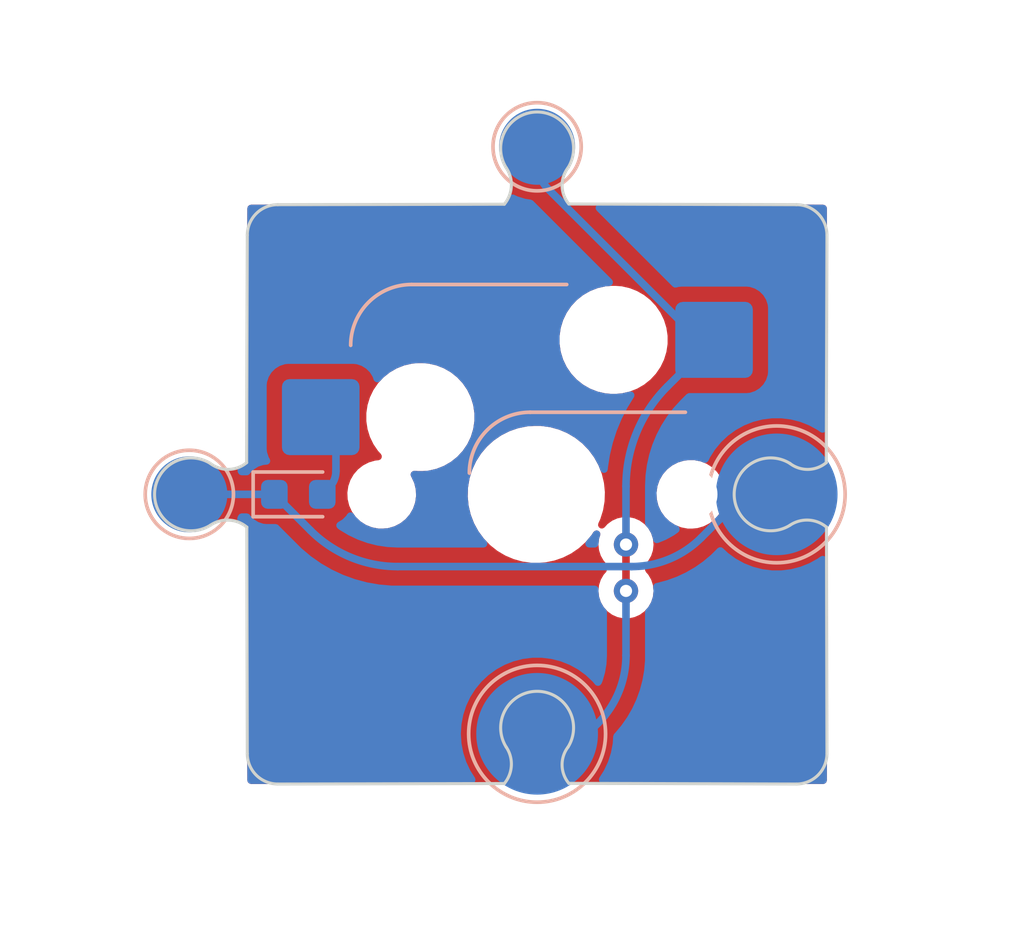
<source format=kicad_pcb>
(kicad_pcb (version 20221018) (generator pcbnew)
  (layers (0 "F.Cu" signal) (31 "B.Cu" signal) (34 "B.Paste" user) (35 "F.Paste" user) (36 "B.SilkS" user "B.Silkscreen") (37 "F.SilkS" user "F.Silkscreen") (38 "B.Mask" user) (39 "F.Mask" user) (44 "Edge.Cuts" user))
  (net 0 "")
  (net 1 "Net-(D1-K)")
  (net 2 "Net-(SW1-Pad2)")
  (net 3 "Net-(D1-A)")
  (footprint "PCM_Switch_Keyboard_Hotswap_Kailh:SW_Hotswap_Kailh_MX_1.00u" (layer "F.Cu") (at 47.598 42.545)
    (fp_text reference "SW1" hide)
    (fp_text value "SW_Push")
    (fp_line (start -4.1 -6.9) (end 1 -6.9) (stroke (width 0.12)) (layer "B.SilkS"))
    (fp_line (start -0.2 -2.7) (end 4.9 -2.7) (stroke (width 0.12)) (layer "B.SilkS"))
    (fp_arc (start -6.1 -4.9) (mid -5.514214 -6.314214) (end -4.1 -6.9) (stroke (width 0.12)) (layer "B.SilkS"))
    (fp_arc (start -2.2 -0.7) (mid -1.614214 -2.114214) (end -0.2 -2.7) (stroke (width 0.12)) (layer "B.SilkS"))
    (pad "" np_thru_hole circle (at -5.08 0) (size 1.75 1.75) (drill 1.75) (layers "*.Cu" "*.Mask"))
    (pad "" np_thru_hole circle (at -3.81 -2.54) (size 3.05 3.05) (drill 3.05) (layers "*.Cu" "*.Mask"))
    (pad "" np_thru_hole circle (at 0 0) (size 4 4) (drill 4) (layers "*.Cu" "*.Mask"))
    (pad "" np_thru_hole circle (at 2.54 -5.08) (size 3.05 3.05) (drill 3.05) (layers "*.Cu" "*.Mask"))
    (pad "" np_thru_hole circle (at 5.08 0) (size 1.75 1.75) (drill 1.75) (layers "*.Cu" "*.Mask"))
    (pad "1" smd roundrect (at -7.085 -2.54) (size 2.55 2.5) (layers "B.Cu" "B.Paste" "B.Mask") (roundrect_rratio 0.1) (net 3 "Net-(D1-A)"))
    (pad "2" smd roundrect (at 5.842 -5.08) (size 2.55 2.5) (layers "B.Cu" "B.Paste" "B.Mask") (roundrect_rratio 0.1) (net 2 "Net-(SW1-Pad2)"))
  )
  (footprint "Diode_SMD:D_0603_1608Metric" (layer "B.Cu") (at 39.7765 42.545)
    (fp_text reference "D1" hide)
    (fp_text value "D")
    (fp_line (start -1.485 -0.735) (end 0.8 -0.735) (stroke (width 0.12)) (layer "B.SilkS"))
    (fp_line (start -1.485 0.735) (end -1.485 -0.735) (stroke (width 0.12)) (layer "B.SilkS"))
    (fp_line (start 0.8 0.735) (end -1.485 0.735) (stroke (width 0.12)) (layer "B.SilkS"))
    (pad "1" smd roundrect (at -0.7875 0) (size 0.875 0.95) (layers "B.Cu" "B.Paste" "B.Mask") (net 1 "Net-(D1-K)"))
    (pad "2" smd roundrect (at 0.7875 0) (size 0.875 0.95) (layers "B.Cu" "B.Paste" "B.Mask") (net 3 "Net-(D1-A)"))
  )
  (footprint "TestPoint:TestPoint_Pad_D2.5mm" (layer "B.Cu") (at 36.195 42.545 180)
    (fp_text reference "TP2" hide)
    (fp_text value "TestPoint")
    (fp_circle (center 0 0) (end 0 -1.45) (stroke (width 0.12)) (fill none) (layer "B.SilkS"))
    (pad "1" smd circle (at 0 0 180) (size 2.5 2.5) (layers "B.Cu" "B.Mask") (net 1 "Net-(D1-K)"))
  )
  (footprint "TestPoint:TestPoint_Pad_D4.0mm" (layer "B.Cu") (at 47.625 50.419 180)
    (fp_text reference "TP3" hide)
    (fp_text value "TestPoint")
    (fp_circle (center 0 0) (end 0 -2.25) (stroke (width 0.12)) (fill none) (layer "B.SilkS"))
    (pad "1" smd circle (at 0 0 180) (size 4 4) (layers "B.Cu" "B.Mask") (net 2 "Net-(SW1-Pad2)"))
  )
  (footprint "TestPoint:TestPoint_Pad_D2.5mm" (layer "B.Cu") (at 47.625 31.115 180)
    (fp_text reference "TP1" hide)
    (fp_text value "TestPoint")
    (fp_circle (center 0 0) (end 0 -1.45) (stroke (width 0.12)) (fill none) (layer "B.SilkS"))
    (pad "1" smd circle (at 0 0 180) (size 2.5 2.5) (layers "B.Cu" "B.Mask") (net 2 "Net-(SW1-Pad2)"))
  )
  (footprint "TestPoint:TestPoint_Pad_D4.0mm" (layer "B.Cu") (at 55.499 42.545 180)
    (fp_text reference "TP4" hide)
    (fp_text value "TestPoint")
    (fp_circle (center 0 0) (end 0 -2.25) (stroke (width 0.12)) (fill none) (layer "B.SilkS"))
    (pad "1" smd circle (at 0 0 180) (size 4 4) (layers "B.Cu" "B.Mask") (net 1 "Net-(D1-K)"))
  )
  (gr_arc (start 46.609 31.805115) (mid 46.77816 32.415065) (end 46.54751 33.004517) (stroke (width 0.1)) (layer "Edge.Cuts"))
  (gr_line (start 46.54751 52.054517) (end 39.1 52.07) (stroke (width 0.1)) (layer "Edge.Cuts"))
  (gr_arc (start 38.1 34.02) (mid 38.392893 33.312893) (end 39.1 33.02) (stroke (width 0.1)) (layer "Edge.Cuts"))
  (gr_arc (start 38.078012 41.502614) (mid 37.486176 41.724321) (end 36.885115 41.529001) (stroke (width 0.1)) (layer "Edge.Cuts"))
  (gr_arc (start 55.935115 43.560999) (mid 54.102 42.545) (end 55.935115 41.529001) (stroke (width 0.1)) (layer "Edge.Cuts"))
  (gr_arc (start 57.128012 41.502614) (mid 56.536176 41.724321) (end 55.935115 41.529001) (stroke (width 0.1)) (layer "Edge.Cuts"))
  (gr_arc (start 46.609001 50.855115) (mid 47.625 49.022) (end 48.640999 50.855115) (stroke (width 0.1)) (layer "Edge.Cuts"))
  (gr_arc (start 46.609001 31.805115) (mid 47.625 29.972) (end 48.640999 31.805115) (stroke (width 0.1)) (layer "Edge.Cuts"))
  (gr_arc (start 46.609 50.855115) (mid 46.77816 51.465065) (end 46.54751 52.054517) (stroke (width 0.1)) (layer "Edge.Cuts"))
  (gr_line (start 57.134517 43.62249) (end 57.15 51.07) (stroke (width 0.1)) (layer "Edge.Cuts"))
  (gr_arc (start 36.885115 43.561) (mid 37.495065 43.39184) (end 38.084517 43.62249) (stroke (width 0.1)) (layer "Edge.Cuts"))
  (gr_arc (start 48.667386 32.998012) (mid 48.445679 32.406176) (end 48.640999 31.805115) (stroke (width 0.1)) (layer "Edge.Cuts"))
  (gr_line (start 46.54751 33.004517) (end 39.1 33.02) (stroke (width 0.1)) (layer "Edge.Cuts"))
  (gr_arc (start 39.1 52.07) (mid 38.392893 51.777107) (end 38.1 51.07) (stroke (width 0.1)) (layer "Edge.Cuts"))
  (gr_line (start 48.667386 32.998012) (end 56.15 33.02) (stroke (width 0.1)) (layer "Edge.Cuts"))
  (gr_line (start 57.128012 41.502614) (end 57.15 34.02) (stroke (width 0.1)) (layer "Edge.Cuts"))
  (gr_arc (start 55.935115 43.561) (mid 56.545065 43.39184) (end 57.134517 43.62249) (stroke (width 0.1)) (layer "Edge.Cuts"))
  (gr_line (start 56.15 52.07) (end 48.667386 52.048012) (stroke (width 0.1)) (layer "Edge.Cuts"))
  (gr_line (start 38.1 51.07) (end 38.084517 43.62249) (stroke (width 0.1)) (layer "Edge.Cuts"))
  (gr_arc (start 57.15 51.07) (mid 56.857107 51.777107) (end 56.15 52.07) (stroke (width 0.1)) (layer "Edge.Cuts"))
  (gr_arc (start 48.667386 52.048012) (mid 48.445679 51.456176) (end 48.640999 50.855115) (stroke (width 0.1)) (layer "Edge.Cuts"))
  (gr_line (start 38.078012 41.502614) (end 38.1 34.02) (stroke (width 0.1)) (layer "Edge.Cuts"))
  (gr_arc (start 36.885115 43.560999) (mid 35.052 42.545) (end 36.885115 41.529001) (stroke (width 0.1)) (layer "Edge.Cuts"))
  (gr_arc (start 56.15 33.02) (mid 56.857107 33.312893) (end 57.15 34.02) (stroke (width 0.1)) (layer "Edge.Cuts"))
  (segment (start 40.1765 43.7325) (end 38.989 42.545) (width 0.25) (layer "B.Cu") (net 1))
  (segment (start 55.284895 41.218919) (end 55.646098 41.218919) (width 0.25) (layer "B.Cu") (net 1))
  (segment (start 54.363526 41.600561) (end 54.331679 41.632409) (width 0.25) (layer "B.Cu") (net 1))
  (segment (start 53.019729 43.971035) (end 53.605708 43.385057) (width 0.25) (layer "B.Cu") (net 1))
  (segment (start 38.989 42.545) (end 36.195 42.545) (width 0.25) (layer "B.Cu") (net 1))
  (segment (start 43.043378 44.92) (end 50.728728 44.92) (width 0.25) (layer "B.Cu") (net 1))
  (segment (start 55.950854 41.345153) (end 56.077088 41.471387) (width 0.25) (layer "B.Cu") (net 1))
  (arc (start 40.1765 43.7325) (mid 41.491834 44.611378) (end 43.043378 44.92) (width 0.25) (layer "B.Cu") (net 1))
  (arc (start 55.284895 41.218919) (mid 54.786253 41.318104) (end 54.363526 41.600561) (width 0.25) (layer "B.Cu") (net 1))
  (arc (start 55.950854 41.345153) (mid 55.81103 41.251726) (end 55.646098 41.218919) (width 0.25) (layer "B.Cu") (net 1))
  (arc (start 53.019729 43.971035) (mid 51.968609 44.673372) (end 50.728728 44.92) (width 0.25) (layer "B.Cu") (net 1))
  (arc (start 53.968694 42.508733) (mid 53.874357 42.982996) (end 53.605708 43.385057) (width 0.25) (layer "B.Cu") (net 1))
  (arc (start 54.331679 41.632409) (mid 54.06303 42.03447) (end 53.968694 42.508733) (width 0.25) (layer "B.Cu") (net 1))
  (segment (start 50.546 44.1955) (end 50.546 45.72) (width 0.25) (layer "F.Cu") (net 2))
  (segment (start 50.546 45.72) (end 50.546 45.593) (width 0.25) (layer "F.Cu") (net 2))
  (via (at 50.546 45.72) (size 0.8) (drill 0.4) (layers "F.Cu" "B.Cu") (net 2))
  (via (at 50.546 44.1955) (size 0.8) (drill 0.4) (layers "F.Cu" "B.Cu") (net 2))
  (segment (start 50.546 45.72) (end 50.546 47.843401) (width 0.25) (layer "B.Cu") (net 2))
  (segment (start 49.622306 50.073394) (end 48.698613 50.997088) (width 0.25) (layer "B.Cu") (net 2))
  (segment (start 51.902407 39.002592) (end 53.26659 37.638409) (width 0.25) (layer "B.Cu") (net 2))
  (segment (start 47.98756 32.503035) (end 52.776115 37.29159) (width 0.25) (layer "B.Cu") (net 2))
  (segment (start 50.546 42.27725) (end 50.546 44.1955) (width 0.25) (layer "B.Cu") (net 2))
  (segment (start 47.625 31.627737) (end 47.625 31.115) (width 0.25) (layer "B.Cu") (net 2))
  (arc (start 52.776115 37.29159) (mid 52.968192 37.419932) (end 53.194762 37.465) (width 0.25) (layer "B.Cu") (net 2))
  (arc (start 47.625 31.627737) (mid 47.719226 32.101445) (end 47.98756 32.503035) (width 0.25) (layer "B.Cu") (net 2))
  (arc (start 51.902407 39.002592) (mid 50.898518 40.505017) (end 50.546 42.27725) (width 0.25) (layer "B.Cu") (net 2))
  (arc (start 53.26659 37.638409) (mid 53.28861 37.527707) (end 53.194762 37.465) (width 0.25) (layer "B.Cu") (net 2))
  (arc (start 50.546 47.843401) (mid 50.305939 49.050264) (end 49.622306 50.073394) (width 0.25) (layer "B.Cu") (net 2))
  (segment (start 41.013 41.778509) (end 41.013 40.005) (width 0.25) (layer "B.Cu") (net 3))
  (segment (start 40.7885 42.3205) (end 40.564 42.545) (width 0.25) (layer "B.Cu") (net 3))
  (arc (start 41.013 41.778509) (mid 40.954654 42.071832) (end 40.7885 42.3205) (width 0.25) (layer "B.Cu") (net 3))
  (zone (net 0) (net_name "") (layers "F&B.Cu") (connect_pads (clearance 0.5)) (min_thickness 0.25) (fill yes (thermal_gap 0.5) (thermal_bridge_width 0.5) (island_removal_mode 1) (island_area_min 10))
    (polygon (pts (xy 63.627 26.416) (xy 29.972 26.289) (xy 30.099 57.404) (xy 63.246 56.896)))
  )
)
</source>
